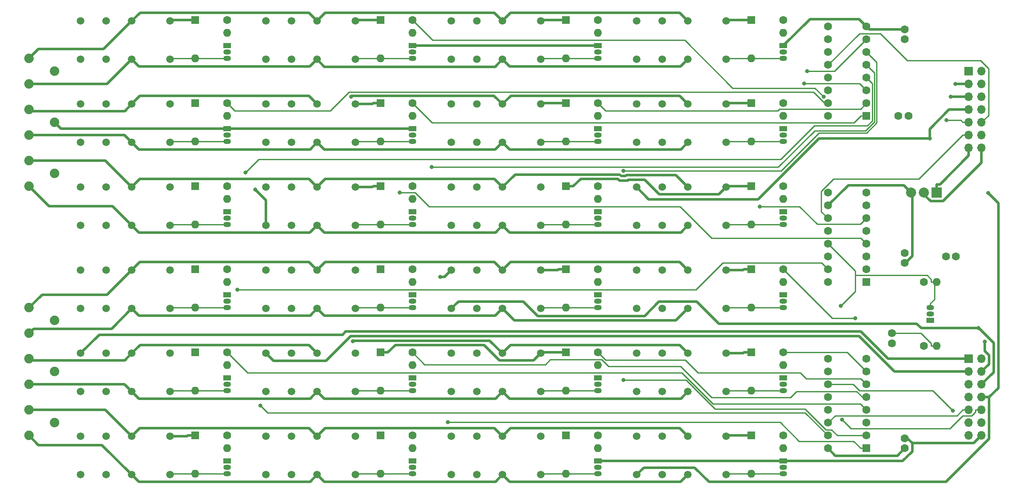
<source format=gbr>
%TF.GenerationSoftware,KiCad,Pcbnew,5.0.2-1.fc29*%
%TF.CreationDate,2018-12-27T16:56:31+02:00*%
%TF.ProjectId,audiorouter-board,61756469-6f72-46f7-9574-65722d626f61,rev?*%
%TF.SameCoordinates,Original*%
%TF.FileFunction,Copper,L1,Top*%
%TF.FilePolarity,Positive*%
%FSLAX46Y46*%
G04 Gerber Fmt 4.6, Leading zero omitted, Abs format (unit mm)*
G04 Created by KiCad (PCBNEW 5.0.2-1.fc29) date N 27 dets  2018 16:56:31 EET*
%MOMM*%
%LPD*%
G01*
G04 APERTURE LIST*
%ADD10C,1.879600*%
%ADD11R,1.700000X1.700000*%
%ADD12O,1.700000X1.700000*%
%ADD13C,1.500000*%
%ADD14O,1.500000X1.050000*%
%ADD15R,1.500000X1.050000*%
%ADD16O,1.600000X1.600000*%
%ADD17C,1.600000*%
%ADD18R,1.600000X1.600000*%
%ADD19R,2.000000X2.000000*%
%ADD20C,2.000000*%
%ADD21C,0.800000*%
%ADD22C,0.500000*%
%ADD23C,0.250000*%
G04 APERTURE END LIST*
D10*
X26670000Y-76200000D03*
X31750000Y-73660000D03*
X26670000Y-71120000D03*
X26670000Y-66040000D03*
X31750000Y-63500000D03*
X26670000Y-60960000D03*
X26670000Y-55880000D03*
X31750000Y-53340000D03*
X26670000Y-50800000D03*
X26670000Y-125730000D03*
X31750000Y-123190000D03*
X26670000Y-120650000D03*
X26670000Y-115570000D03*
X31750000Y-113030000D03*
X26670000Y-110490000D03*
X26670000Y-105410000D03*
X31750000Y-102870000D03*
X26670000Y-100330000D03*
D11*
X213360000Y-110490000D03*
D12*
X215900000Y-110490000D03*
X213360000Y-113030000D03*
X215900000Y-113030000D03*
X213360000Y-115570000D03*
X215900000Y-115570000D03*
X213360000Y-118110000D03*
X215900000Y-118110000D03*
X213360000Y-120650000D03*
X215900000Y-120650000D03*
X213360000Y-123190000D03*
X215900000Y-123190000D03*
X213360000Y-125730000D03*
X215900000Y-125730000D03*
X215900000Y-68580000D03*
X213360000Y-68580000D03*
X215900000Y-66040000D03*
X213360000Y-66040000D03*
X215900000Y-63500000D03*
X213360000Y-63500000D03*
X215900000Y-60960000D03*
X213360000Y-60960000D03*
X215900000Y-58420000D03*
X213360000Y-58420000D03*
X215900000Y-55880000D03*
X213360000Y-55880000D03*
X215900000Y-53340000D03*
D11*
X213360000Y-53340000D03*
D13*
X36900000Y-92880000D03*
X36900000Y-100500000D03*
X41980000Y-92880000D03*
X41980000Y-100500000D03*
X47060000Y-100500000D03*
X47060000Y-92880000D03*
X54680000Y-92880000D03*
X54680000Y-100500000D03*
X73730000Y-92880000D03*
X73730000Y-100500000D03*
X78810000Y-92880000D03*
X78810000Y-100500000D03*
X83890000Y-100500000D03*
X83890000Y-92880000D03*
X91510000Y-92880000D03*
X91510000Y-100500000D03*
X110560000Y-92880000D03*
X110560000Y-100500000D03*
X115640000Y-92880000D03*
X115640000Y-100500000D03*
X120720000Y-100500000D03*
X120720000Y-92880000D03*
X128340000Y-92880000D03*
X128340000Y-100500000D03*
X165170000Y-100500000D03*
X165170000Y-92880000D03*
X157550000Y-92880000D03*
X157550000Y-100500000D03*
X152470000Y-100500000D03*
X152470000Y-92880000D03*
X147390000Y-100500000D03*
X147390000Y-92880000D03*
X54680000Y-117010000D03*
X54680000Y-109390000D03*
X47060000Y-109390000D03*
X47060000Y-117010000D03*
X41980000Y-117010000D03*
X41980000Y-109390000D03*
X36900000Y-117010000D03*
X36900000Y-109390000D03*
X91510000Y-117010000D03*
X91510000Y-109390000D03*
X83890000Y-109390000D03*
X83890000Y-117010000D03*
X78810000Y-117010000D03*
X78810000Y-109390000D03*
X73730000Y-117010000D03*
X73730000Y-109390000D03*
X110560000Y-109390000D03*
X110560000Y-117010000D03*
X115640000Y-109390000D03*
X115640000Y-117010000D03*
X120720000Y-117010000D03*
X120720000Y-109390000D03*
X128340000Y-109390000D03*
X128340000Y-117010000D03*
X165170000Y-117010000D03*
X165170000Y-109390000D03*
X157550000Y-109390000D03*
X157550000Y-117010000D03*
X152470000Y-117010000D03*
X152470000Y-109390000D03*
X147390000Y-117010000D03*
X147390000Y-109390000D03*
X36900000Y-125900000D03*
X36900000Y-133520000D03*
X41980000Y-125900000D03*
X41980000Y-133520000D03*
X47060000Y-133520000D03*
X47060000Y-125900000D03*
X54680000Y-125900000D03*
X54680000Y-133520000D03*
X91510000Y-133520000D03*
X91510000Y-125900000D03*
X83890000Y-125900000D03*
X83890000Y-133520000D03*
X78810000Y-133520000D03*
X78810000Y-125900000D03*
X73730000Y-133520000D03*
X73730000Y-125900000D03*
X128340000Y-133520000D03*
X128340000Y-125900000D03*
X120720000Y-125900000D03*
X120720000Y-133520000D03*
X115640000Y-133520000D03*
X115640000Y-125900000D03*
X110560000Y-133520000D03*
X110560000Y-125900000D03*
X147390000Y-125900000D03*
X147390000Y-133520000D03*
X152470000Y-125900000D03*
X152470000Y-133520000D03*
X157550000Y-133520000D03*
X157550000Y-125900000D03*
X165170000Y-125900000D03*
X165170000Y-133520000D03*
X36900000Y-43350000D03*
X36900000Y-50970000D03*
X41980000Y-43350000D03*
X41980000Y-50970000D03*
X47060000Y-50970000D03*
X47060000Y-43350000D03*
X54680000Y-43350000D03*
X54680000Y-50970000D03*
X91510000Y-50970000D03*
X91510000Y-43350000D03*
X83890000Y-43350000D03*
X83890000Y-50970000D03*
X78810000Y-50970000D03*
X78810000Y-43350000D03*
X73730000Y-50970000D03*
X73730000Y-43350000D03*
X128340000Y-50970000D03*
X128340000Y-43350000D03*
X120720000Y-43350000D03*
X120720000Y-50970000D03*
X115640000Y-50970000D03*
X115640000Y-43350000D03*
X110560000Y-50970000D03*
X110560000Y-43350000D03*
X147390000Y-43350000D03*
X147390000Y-50970000D03*
X152470000Y-43350000D03*
X152470000Y-50970000D03*
X157550000Y-50970000D03*
X157550000Y-43350000D03*
X165170000Y-43350000D03*
X165170000Y-50970000D03*
X54680000Y-67480000D03*
X54680000Y-59860000D03*
X47060000Y-59860000D03*
X47060000Y-67480000D03*
X41980000Y-67480000D03*
X41980000Y-59860000D03*
X36900000Y-67480000D03*
X36900000Y-59860000D03*
X73730000Y-59860000D03*
X73730000Y-67480000D03*
X78810000Y-59860000D03*
X78810000Y-67480000D03*
X83890000Y-67480000D03*
X83890000Y-59860000D03*
X91510000Y-59860000D03*
X91510000Y-67480000D03*
X128340000Y-67480000D03*
X128340000Y-59860000D03*
X120720000Y-59860000D03*
X120720000Y-67480000D03*
X115640000Y-67480000D03*
X115640000Y-59860000D03*
X110560000Y-67480000D03*
X110560000Y-59860000D03*
X147390000Y-59860000D03*
X147390000Y-67480000D03*
X152470000Y-59860000D03*
X152470000Y-67480000D03*
X157550000Y-67480000D03*
X157550000Y-59860000D03*
X165170000Y-59860000D03*
X165170000Y-67480000D03*
X54680000Y-83990000D03*
X54680000Y-76370000D03*
X47060000Y-76370000D03*
X47060000Y-83990000D03*
X41980000Y-83990000D03*
X41980000Y-76370000D03*
X36900000Y-83990000D03*
X36900000Y-76370000D03*
X91510000Y-83990000D03*
X91510000Y-76370000D03*
X83890000Y-76370000D03*
X83890000Y-83990000D03*
X78810000Y-83990000D03*
X78810000Y-76370000D03*
X73730000Y-83990000D03*
X73730000Y-76370000D03*
X110560000Y-76370000D03*
X110560000Y-83990000D03*
X115640000Y-76370000D03*
X115640000Y-83990000D03*
X120720000Y-83990000D03*
X120720000Y-76370000D03*
X128340000Y-76370000D03*
X128340000Y-83990000D03*
X147390000Y-76370000D03*
X147390000Y-83990000D03*
X152470000Y-76370000D03*
X152470000Y-83990000D03*
X157550000Y-83990000D03*
X157550000Y-76370000D03*
X165170000Y-76370000D03*
X165170000Y-83990000D03*
D14*
X66040000Y-99060000D03*
X66040000Y-100330000D03*
D15*
X66040000Y-97790000D03*
D14*
X102870000Y-99060000D03*
X102870000Y-100330000D03*
D15*
X102870000Y-97790000D03*
X139700000Y-97790000D03*
D14*
X139700000Y-100330000D03*
X139700000Y-99060000D03*
D15*
X176530000Y-97790000D03*
D14*
X176530000Y-100330000D03*
X176530000Y-99060000D03*
X66040000Y-115570000D03*
X66040000Y-116840000D03*
D15*
X66040000Y-114300000D03*
X102870000Y-114300000D03*
D14*
X102870000Y-116840000D03*
X102870000Y-115570000D03*
X139700000Y-115570000D03*
X139700000Y-116840000D03*
D15*
X139700000Y-114300000D03*
X176530000Y-114300000D03*
D14*
X176530000Y-116840000D03*
X176530000Y-115570000D03*
D15*
X66040000Y-130810000D03*
D14*
X66040000Y-133350000D03*
X66040000Y-132080000D03*
D15*
X102870000Y-130810000D03*
D14*
X102870000Y-133350000D03*
X102870000Y-132080000D03*
D15*
X139700000Y-130810000D03*
D14*
X139700000Y-133350000D03*
X139700000Y-132080000D03*
X176530000Y-132080000D03*
X176530000Y-133350000D03*
D15*
X176530000Y-130810000D03*
D14*
X66040000Y-49530000D03*
X66040000Y-50800000D03*
D15*
X66040000Y-48260000D03*
X102870000Y-48260000D03*
D14*
X102870000Y-50800000D03*
X102870000Y-49530000D03*
X139700000Y-49530000D03*
X139700000Y-50800000D03*
D15*
X139700000Y-48260000D03*
D14*
X176530000Y-49530000D03*
X176530000Y-50800000D03*
D15*
X176530000Y-48260000D03*
X66040000Y-64770000D03*
D14*
X66040000Y-67310000D03*
X66040000Y-66040000D03*
D15*
X102870000Y-64770000D03*
D14*
X102870000Y-67310000D03*
X102870000Y-66040000D03*
D15*
X139700000Y-64770000D03*
D14*
X139700000Y-67310000D03*
X139700000Y-66040000D03*
X176530000Y-66040000D03*
X176530000Y-67310000D03*
D15*
X176530000Y-64770000D03*
D14*
X66040000Y-82550000D03*
X66040000Y-83820000D03*
D15*
X66040000Y-81280000D03*
D14*
X102870000Y-82550000D03*
X102870000Y-83820000D03*
D15*
X102870000Y-81280000D03*
X139700000Y-81280000D03*
D14*
X139700000Y-83820000D03*
X139700000Y-82550000D03*
X176530000Y-82550000D03*
X176530000Y-83820000D03*
D15*
X176530000Y-81280000D03*
D16*
X66040000Y-95250000D03*
D17*
X66040000Y-92710000D03*
X102870000Y-92710000D03*
D16*
X102870000Y-95250000D03*
D17*
X139700000Y-92710000D03*
D16*
X139700000Y-95250000D03*
D17*
X176530000Y-92710000D03*
D16*
X176530000Y-95250000D03*
X66040000Y-111760000D03*
D17*
X66040000Y-109220000D03*
D16*
X102870000Y-111760000D03*
D17*
X102870000Y-109220000D03*
X139700000Y-109220000D03*
D16*
X139700000Y-111760000D03*
X176530000Y-111760000D03*
D17*
X176530000Y-109220000D03*
D16*
X66040000Y-128270000D03*
D17*
X66040000Y-125730000D03*
D16*
X102870000Y-128270000D03*
D17*
X102870000Y-125730000D03*
D16*
X139700000Y-128270000D03*
D17*
X139700000Y-125730000D03*
D16*
X176530000Y-128270000D03*
D17*
X176530000Y-125730000D03*
D16*
X66040000Y-45720000D03*
D17*
X66040000Y-43180000D03*
X102870000Y-43180000D03*
D16*
X102870000Y-45720000D03*
X139700000Y-45720000D03*
D17*
X139700000Y-43180000D03*
D16*
X176530000Y-45720000D03*
D17*
X176530000Y-43180000D03*
D16*
X66040000Y-62230000D03*
D17*
X66040000Y-59690000D03*
X102870000Y-59690000D03*
D16*
X102870000Y-62230000D03*
D17*
X139700000Y-59690000D03*
D16*
X139700000Y-62230000D03*
D17*
X176530000Y-59690000D03*
D16*
X176530000Y-62230000D03*
D17*
X66040000Y-76200000D03*
D16*
X66040000Y-78740000D03*
D17*
X102870000Y-76200000D03*
D16*
X102870000Y-78740000D03*
D17*
X139700000Y-76200000D03*
D16*
X139700000Y-78740000D03*
D17*
X176530000Y-76200000D03*
D16*
X176530000Y-78740000D03*
D18*
X193040000Y-128270000D03*
D17*
X193040000Y-125730000D03*
X193040000Y-123190000D03*
X193040000Y-120650000D03*
X193040000Y-118110000D03*
X193040000Y-115570000D03*
X193040000Y-113030000D03*
X185420000Y-113030000D03*
X185420000Y-115570000D03*
X185420000Y-118110000D03*
X185420000Y-120650000D03*
X185420000Y-123190000D03*
X185420000Y-125730000D03*
X185420000Y-128270000D03*
X193040000Y-110490000D03*
X185420000Y-110490000D03*
X185420000Y-77470000D03*
X193040000Y-77470000D03*
X185420000Y-95250000D03*
X185420000Y-92710000D03*
X185420000Y-90170000D03*
X185420000Y-87630000D03*
X185420000Y-85090000D03*
X185420000Y-82550000D03*
X185420000Y-80010000D03*
X193040000Y-80010000D03*
X193040000Y-82550000D03*
X193040000Y-85090000D03*
X193040000Y-87630000D03*
X193040000Y-90170000D03*
X193040000Y-92710000D03*
D18*
X193040000Y-95250000D03*
X193040000Y-62230000D03*
D17*
X193040000Y-59690000D03*
X193040000Y-57150000D03*
X193040000Y-54610000D03*
X193040000Y-52070000D03*
X193040000Y-49530000D03*
X193040000Y-46990000D03*
X185420000Y-46990000D03*
X185420000Y-49530000D03*
X185420000Y-52070000D03*
X185420000Y-54610000D03*
X185420000Y-57150000D03*
X185420000Y-59690000D03*
X185420000Y-62230000D03*
X193040000Y-44450000D03*
X185420000Y-44450000D03*
X198120000Y-105410000D03*
X198120000Y-107410000D03*
X208820000Y-90170000D03*
X210820000Y-90170000D03*
X199390000Y-62230000D03*
X201390000Y-62230000D03*
X200660000Y-126270000D03*
X200660000Y-128270000D03*
X200660000Y-91440000D03*
X200660000Y-89440000D03*
X200660000Y-44990000D03*
X200660000Y-46990000D03*
D14*
X205740000Y-101600000D03*
X205740000Y-100330000D03*
D15*
X205740000Y-102870000D03*
D16*
X207010000Y-107950000D03*
D17*
X204470000Y-107950000D03*
X204470000Y-95250000D03*
D16*
X207010000Y-95250000D03*
D19*
X207010000Y-77470000D03*
D20*
X204470000Y-77470000D03*
X201930000Y-77470000D03*
D18*
X59690000Y-92710000D03*
D16*
X59690000Y-100330000D03*
D18*
X96520000Y-92710000D03*
D16*
X96520000Y-100330000D03*
X133350000Y-100330000D03*
D18*
X133350000Y-92710000D03*
X170180000Y-92710000D03*
D16*
X170180000Y-100330000D03*
X59690000Y-116840000D03*
D18*
X59690000Y-109220000D03*
X96520000Y-109220000D03*
D16*
X96520000Y-116840000D03*
X133350000Y-116840000D03*
D18*
X133350000Y-109220000D03*
X170180000Y-109220000D03*
D16*
X170180000Y-116840000D03*
D18*
X59690000Y-125730000D03*
D16*
X59690000Y-133350000D03*
X96520000Y-133350000D03*
D18*
X96520000Y-125730000D03*
X133350000Y-125730000D03*
D16*
X133350000Y-133350000D03*
X170180000Y-133350000D03*
D18*
X170180000Y-125730000D03*
D16*
X59690000Y-50800000D03*
D18*
X59690000Y-43180000D03*
D16*
X96520000Y-50800000D03*
D18*
X96520000Y-43180000D03*
X133350000Y-43180000D03*
D16*
X133350000Y-50800000D03*
X170180000Y-50800000D03*
D18*
X170180000Y-43180000D03*
X59690000Y-59690000D03*
D16*
X59690000Y-67310000D03*
X96520000Y-67310000D03*
D18*
X96520000Y-59690000D03*
X133350000Y-59690000D03*
D16*
X133350000Y-67310000D03*
X170180000Y-67310000D03*
D18*
X170180000Y-59690000D03*
X59690000Y-76200000D03*
D16*
X59690000Y-83820000D03*
X96520000Y-83820000D03*
D18*
X96520000Y-76200000D03*
X133350000Y-76200000D03*
D16*
X133350000Y-83820000D03*
X170180000Y-83820000D03*
D18*
X170180000Y-76200000D03*
D21*
X91009500Y-107020100D03*
X90634700Y-58352600D03*
X210695800Y-55880000D03*
X216521500Y-107056300D03*
X71607700Y-76873100D03*
X108383700Y-94210500D03*
X209803500Y-58420000D03*
X215297900Y-104350000D03*
X205627900Y-66664800D03*
X217216900Y-77532800D03*
X188178400Y-122534600D03*
X210176900Y-120795600D03*
X208931600Y-63083400D03*
X72602200Y-119738000D03*
X109875500Y-123091400D03*
X144759400Y-114683000D03*
X190807500Y-102430300D03*
X68045900Y-96707700D03*
X100324200Y-77410700D03*
X184506000Y-58420000D03*
X171831600Y-80206800D03*
X180636800Y-55767300D03*
X69648800Y-73432600D03*
X106691600Y-72378400D03*
X144761800Y-73103700D03*
X181286100Y-53340000D03*
X187903200Y-99966000D03*
D22*
X157550000Y-133520000D02*
X156126300Y-134943700D01*
X156126300Y-134943700D02*
X122143700Y-134943700D01*
X122143700Y-134943700D02*
X120720000Y-133520000D01*
X120720000Y-133520000D02*
X119315400Y-134924600D01*
X119315400Y-134924600D02*
X85294600Y-134924600D01*
X85294600Y-134924600D02*
X83890000Y-133520000D01*
X47060000Y-133520000D02*
X41146000Y-127606000D01*
X41146000Y-127606000D02*
X28546000Y-127606000D01*
X28546000Y-127606000D02*
X26670000Y-125730000D01*
X83890000Y-133520000D02*
X82485400Y-134924600D01*
X82485400Y-134924600D02*
X48464600Y-134924600D01*
X48464600Y-134924600D02*
X47060000Y-133520000D01*
X102870000Y-64770000D02*
X66040000Y-64770000D01*
X193040000Y-44450000D02*
X191584800Y-42994800D01*
X191584800Y-42994800D02*
X181795200Y-42994800D01*
X181795200Y-42994800D02*
X176530000Y-48260000D01*
X200660000Y-44990000D02*
X193580000Y-44990000D01*
X193580000Y-44990000D02*
X193040000Y-44450000D01*
X202122900Y-127251100D02*
X202122900Y-128931000D01*
X202122900Y-128931000D02*
X200243900Y-130810000D01*
X200243900Y-130810000D02*
X176530000Y-130810000D01*
X200660000Y-126270000D02*
X201141800Y-126270000D01*
X201141800Y-126270000D02*
X202122900Y-127251100D01*
X202122900Y-127251100D02*
X214378900Y-127251100D01*
X214378900Y-127251100D02*
X215900000Y-125730000D01*
X204470000Y-77470000D02*
X204470000Y-77882600D01*
X204470000Y-77882600D02*
X205758800Y-79171400D01*
X205758800Y-79171400D02*
X208256900Y-79171400D01*
X208256900Y-79171400D02*
X215900000Y-71528300D01*
X215900000Y-71528300D02*
X215900000Y-68580000D01*
X176530000Y-130810000D02*
X139700000Y-130810000D01*
X66040000Y-64770000D02*
X33020000Y-64770000D01*
X33020000Y-64770000D02*
X31750000Y-63500000D01*
X102870000Y-48260000D02*
X139700000Y-48260000D01*
X83890000Y-125900000D02*
X82259700Y-124269700D01*
X82259700Y-124269700D02*
X48690300Y-124269700D01*
X48690300Y-124269700D02*
X47060000Y-125900000D01*
X120720000Y-125900000D02*
X119099600Y-124279600D01*
X119099600Y-124279600D02*
X85510400Y-124279600D01*
X85510400Y-124279600D02*
X83890000Y-125900000D01*
X157550000Y-125900000D02*
X155929600Y-124279600D01*
X155929600Y-124279600D02*
X122340400Y-124279600D01*
X122340400Y-124279600D02*
X120720000Y-125900000D01*
X47060000Y-125900000D02*
X41810000Y-120650000D01*
X41810000Y-120650000D02*
X26670000Y-120650000D01*
X120720000Y-117010000D02*
X119319600Y-118410400D01*
X119319600Y-118410400D02*
X85290400Y-118410400D01*
X85290400Y-118410400D02*
X83890000Y-117010000D01*
X83890000Y-117010000D02*
X82489600Y-118410400D01*
X82489600Y-118410400D02*
X48460400Y-118410400D01*
X48460400Y-118410400D02*
X47060000Y-117010000D01*
X157550000Y-117010000D02*
X156149600Y-118410400D01*
X156149600Y-118410400D02*
X122120400Y-118410400D01*
X122120400Y-118410400D02*
X120720000Y-117010000D01*
X47060000Y-117010000D02*
X45620000Y-115570000D01*
X45620000Y-115570000D02*
X26670000Y-115570000D01*
X91009500Y-107020100D02*
X91160300Y-106869300D01*
X91160300Y-106869300D02*
X118199300Y-106869300D01*
X118199300Y-106869300D02*
X120720000Y-109390000D01*
X47060000Y-109390000D02*
X48701900Y-107748100D01*
X48701900Y-107748100D02*
X82248100Y-107748100D01*
X82248100Y-107748100D02*
X83890000Y-109390000D01*
X47060000Y-109390000D02*
X45650800Y-110799200D01*
X45650800Y-110799200D02*
X26979200Y-110799200D01*
X26979200Y-110799200D02*
X26670000Y-110490000D01*
X157550000Y-109390000D02*
X155929600Y-107769600D01*
X155929600Y-107769600D02*
X122340400Y-107769600D01*
X122340400Y-107769600D02*
X120720000Y-109390000D01*
X120720000Y-100500000D02*
X123076000Y-102856000D01*
X123076000Y-102856000D02*
X155194000Y-102856000D01*
X155194000Y-102856000D02*
X157550000Y-100500000D01*
X47060000Y-100500000D02*
X43050300Y-104509700D01*
X43050300Y-104509700D02*
X27570300Y-104509700D01*
X27570300Y-104509700D02*
X26670000Y-105410000D01*
X83890000Y-100500000D02*
X82481700Y-101908300D01*
X82481700Y-101908300D02*
X48468300Y-101908300D01*
X48468300Y-101908300D02*
X47060000Y-100500000D01*
X120720000Y-100500000D02*
X119306100Y-101913900D01*
X119306100Y-101913900D02*
X85303900Y-101913900D01*
X85303900Y-101913900D02*
X83890000Y-100500000D01*
X83890000Y-92880000D02*
X82252200Y-91242200D01*
X82252200Y-91242200D02*
X48697800Y-91242200D01*
X48697800Y-91242200D02*
X47060000Y-92880000D01*
X120720000Y-92880000D02*
X119085400Y-91245400D01*
X119085400Y-91245400D02*
X85524600Y-91245400D01*
X85524600Y-91245400D02*
X83890000Y-92880000D01*
X47060000Y-92880000D02*
X42165800Y-97774200D01*
X42165800Y-97774200D02*
X29225800Y-97774200D01*
X29225800Y-97774200D02*
X26670000Y-100330000D01*
X157550000Y-92880000D02*
X155927100Y-91257100D01*
X155927100Y-91257100D02*
X122342900Y-91257100D01*
X122342900Y-91257100D02*
X120720000Y-92880000D01*
X47060000Y-43350000D02*
X41486000Y-48924000D01*
X41486000Y-48924000D02*
X28546000Y-48924000D01*
X28546000Y-48924000D02*
X26670000Y-50800000D01*
X83890000Y-43350000D02*
X82248800Y-41708800D01*
X82248800Y-41708800D02*
X48701200Y-41708800D01*
X48701200Y-41708800D02*
X47060000Y-43350000D01*
X157550000Y-43350000D02*
X155926500Y-41726500D01*
X155926500Y-41726500D02*
X122343500Y-41726500D01*
X122343500Y-41726500D02*
X120720000Y-43350000D01*
X120720000Y-43350000D02*
X119096500Y-41726500D01*
X119096500Y-41726500D02*
X85513500Y-41726500D01*
X85513500Y-41726500D02*
X83890000Y-43350000D01*
X83890000Y-50970000D02*
X82465200Y-52394800D01*
X82465200Y-52394800D02*
X48484800Y-52394800D01*
X48484800Y-52394800D02*
X47060000Y-50970000D01*
X120720000Y-50970000D02*
X119267500Y-52422500D01*
X119267500Y-52422500D02*
X85342500Y-52422500D01*
X85342500Y-52422500D02*
X83890000Y-50970000D01*
X120720000Y-50970000D02*
X122159400Y-52409400D01*
X122159400Y-52409400D02*
X156110600Y-52409400D01*
X156110600Y-52409400D02*
X157550000Y-50970000D01*
X47060000Y-50970000D02*
X42150000Y-55880000D01*
X42150000Y-55880000D02*
X26670000Y-55880000D01*
X83890000Y-59860000D02*
X82269700Y-58239700D01*
X82269700Y-58239700D02*
X48680300Y-58239700D01*
X48680300Y-58239700D02*
X47060000Y-59860000D01*
X90634700Y-58352600D02*
X90796700Y-58190600D01*
X90796700Y-58190600D02*
X119050600Y-58190600D01*
X119050600Y-58190600D02*
X120720000Y-59860000D01*
X120720000Y-59860000D02*
X122373000Y-58207000D01*
X122373000Y-58207000D02*
X155897000Y-58207000D01*
X155897000Y-58207000D02*
X157550000Y-59860000D01*
X47060000Y-59860000D02*
X45658800Y-61261200D01*
X45658800Y-61261200D02*
X26971200Y-61261200D01*
X26971200Y-61261200D02*
X26670000Y-60960000D01*
X83890000Y-67480000D02*
X82489600Y-68880400D01*
X82489600Y-68880400D02*
X48460400Y-68880400D01*
X48460400Y-68880400D02*
X47060000Y-67480000D01*
X120720000Y-67480000D02*
X119309700Y-68890300D01*
X119309700Y-68890300D02*
X85300300Y-68890300D01*
X85300300Y-68890300D02*
X83890000Y-67480000D01*
X120720000Y-67480000D02*
X122123900Y-68883900D01*
X122123900Y-68883900D02*
X156146100Y-68883900D01*
X156146100Y-68883900D02*
X157550000Y-67480000D01*
X47060000Y-67480000D02*
X45620000Y-66040000D01*
X45620000Y-66040000D02*
X26670000Y-66040000D01*
X83890000Y-76370000D02*
X82269600Y-74749600D01*
X82269600Y-74749600D02*
X48680400Y-74749600D01*
X48680400Y-74749600D02*
X47060000Y-76370000D01*
X120720000Y-76370000D02*
X119091800Y-74741800D01*
X119091800Y-74741800D02*
X85518200Y-74741800D01*
X85518200Y-74741800D02*
X83890000Y-76370000D01*
X47060000Y-76370000D02*
X41810000Y-71120000D01*
X41810000Y-71120000D02*
X26670000Y-71120000D01*
X120720000Y-76370000D02*
X123240700Y-73849300D01*
X123240700Y-73849300D02*
X144022100Y-73849300D01*
X144022100Y-73849300D02*
X144326800Y-74154000D01*
X144326800Y-74154000D02*
X145196900Y-74154000D01*
X145196900Y-74154000D02*
X145349300Y-74001600D01*
X145349300Y-74001600D02*
X155181600Y-74001600D01*
X155181600Y-74001600D02*
X157550000Y-76370000D01*
X83890000Y-83990000D02*
X85290400Y-85390400D01*
X85290400Y-85390400D02*
X119319600Y-85390400D01*
X119319600Y-85390400D02*
X120720000Y-83990000D01*
X83890000Y-83990000D02*
X82473000Y-85407000D01*
X82473000Y-85407000D02*
X48477000Y-85407000D01*
X48477000Y-85407000D02*
X47060000Y-83990000D01*
X26670000Y-76200000D02*
X30650000Y-80180000D01*
X30650000Y-80180000D02*
X43250000Y-80180000D01*
X43250000Y-80180000D02*
X47060000Y-83990000D01*
X157550000Y-83990000D02*
X156149600Y-85390400D01*
X156149600Y-85390400D02*
X122120400Y-85390400D01*
X122120400Y-85390400D02*
X120720000Y-83990000D01*
D23*
X66040000Y-100330000D02*
X59690000Y-100330000D01*
X59690000Y-100330000D02*
X54850000Y-100330000D01*
X54850000Y-100330000D02*
X54680000Y-100500000D01*
D22*
X96520000Y-43180000D02*
X91680000Y-43180000D01*
X91680000Y-43180000D02*
X91510000Y-43350000D01*
X170180000Y-109220000D02*
X168729700Y-109220000D01*
X165170000Y-109390000D02*
X168559700Y-109390000D01*
X168559700Y-109390000D02*
X168729700Y-109220000D01*
X134800300Y-76200000D02*
X136250600Y-74749700D01*
X136250600Y-74749700D02*
X143649200Y-74749700D01*
X143649200Y-74749700D02*
X143953800Y-75054300D01*
X143953800Y-75054300D02*
X145569900Y-75054300D01*
X145569900Y-75054300D02*
X145722200Y-74902000D01*
X145722200Y-74902000D02*
X148995700Y-74902000D01*
X148995700Y-74902000D02*
X151880200Y-77786500D01*
X151880200Y-77786500D02*
X163753500Y-77786500D01*
X163753500Y-77786500D02*
X165170000Y-76370000D01*
X96520000Y-109220000D02*
X97970300Y-109220000D01*
X128340000Y-109390000D02*
X126920800Y-110809200D01*
X126920800Y-110809200D02*
X120074600Y-110809200D01*
X120074600Y-110809200D02*
X117035100Y-107769700D01*
X117035100Y-107769700D02*
X99420600Y-107769700D01*
X99420600Y-107769700D02*
X97970300Y-109220000D01*
X133350000Y-109220000D02*
X128510000Y-109220000D01*
X128510000Y-109220000D02*
X128340000Y-109390000D01*
X185420000Y-128270000D02*
X186870400Y-129720400D01*
X186870400Y-129720400D02*
X199209600Y-129720400D01*
X199209600Y-129720400D02*
X200660000Y-128270000D01*
X201930000Y-77470000D02*
X202120200Y-77660200D01*
X202120200Y-77660200D02*
X202120200Y-90093700D01*
X202120200Y-90093700D02*
X200773900Y-91440000D01*
X200773900Y-91440000D02*
X200660000Y-91440000D01*
X185420000Y-80010000D02*
X189437200Y-75992800D01*
X189437200Y-75992800D02*
X200452800Y-75992800D01*
X200452800Y-75992800D02*
X201930000Y-77470000D01*
X170180000Y-92710000D02*
X168729700Y-92710000D01*
X165170000Y-92880000D02*
X168559700Y-92880000D01*
X168559700Y-92880000D02*
X168729700Y-92710000D01*
X133350000Y-92710000D02*
X131899700Y-92710000D01*
X128340000Y-92880000D02*
X131729700Y-92880000D01*
X131729700Y-92880000D02*
X131899700Y-92710000D01*
X96520000Y-59690000D02*
X95069700Y-59690000D01*
X91510000Y-59860000D02*
X94899700Y-59860000D01*
X94899700Y-59860000D02*
X95069700Y-59690000D01*
X96520000Y-76200000D02*
X95069700Y-76200000D01*
X91510000Y-76370000D02*
X94899700Y-76370000D01*
X94899700Y-76370000D02*
X95069700Y-76200000D01*
X59690000Y-125730000D02*
X58239700Y-125730000D01*
X54680000Y-125900000D02*
X58069700Y-125900000D01*
X58069700Y-125900000D02*
X58239700Y-125730000D01*
X170180000Y-76200000D02*
X165340000Y-76200000D01*
X165340000Y-76200000D02*
X165170000Y-76370000D01*
X133350000Y-76200000D02*
X134800300Y-76200000D01*
X133350000Y-43180000D02*
X128510000Y-43180000D01*
X128510000Y-43180000D02*
X128340000Y-43350000D01*
X133350000Y-59690000D02*
X128510000Y-59690000D01*
X128510000Y-59690000D02*
X128340000Y-59860000D01*
X170180000Y-125730000D02*
X165340000Y-125730000D01*
X165340000Y-125730000D02*
X165170000Y-125900000D01*
X59690000Y-43180000D02*
X54850000Y-43180000D01*
X54850000Y-43180000D02*
X54680000Y-43350000D01*
X170180000Y-43180000D02*
X165340000Y-43180000D01*
X165340000Y-43180000D02*
X165170000Y-43350000D01*
X170180000Y-59690000D02*
X165340000Y-59690000D01*
X165340000Y-59690000D02*
X165170000Y-59860000D01*
D23*
X96520000Y-100330000D02*
X91680000Y-100330000D01*
X91680000Y-100330000D02*
X91510000Y-100500000D01*
X102870000Y-100330000D02*
X96520000Y-100330000D01*
X139700000Y-100330000D02*
X133350000Y-100330000D01*
X133350000Y-100330000D02*
X128510000Y-100330000D01*
X128510000Y-100330000D02*
X128340000Y-100500000D01*
X176530000Y-100330000D02*
X170180000Y-100330000D01*
X170180000Y-100330000D02*
X165340000Y-100330000D01*
X165340000Y-100330000D02*
X165170000Y-100500000D01*
X66040000Y-116840000D02*
X59690000Y-116840000D01*
X59690000Y-116840000D02*
X54850000Y-116840000D01*
X54850000Y-116840000D02*
X54680000Y-117010000D01*
X96520000Y-116840000D02*
X91680000Y-116840000D01*
X91680000Y-116840000D02*
X91510000Y-117010000D01*
X102870000Y-116840000D02*
X96520000Y-116840000D01*
X133350000Y-116840000D02*
X128510000Y-116840000D01*
X128510000Y-116840000D02*
X128340000Y-117010000D01*
X139700000Y-116840000D02*
X133350000Y-116840000D01*
X176530000Y-116840000D02*
X170180000Y-116840000D01*
X170180000Y-116840000D02*
X165340000Y-116840000D01*
X165340000Y-116840000D02*
X165170000Y-117010000D01*
X59690000Y-133350000D02*
X54850000Y-133350000D01*
X54850000Y-133350000D02*
X54680000Y-133520000D01*
X66040000Y-133350000D02*
X59690000Y-133350000D01*
X96520000Y-133350000D02*
X91680000Y-133350000D01*
X91680000Y-133350000D02*
X91510000Y-133520000D01*
X102870000Y-133350000D02*
X96520000Y-133350000D01*
X139700000Y-133350000D02*
X133350000Y-133350000D01*
X133350000Y-133350000D02*
X128510000Y-133350000D01*
X128510000Y-133350000D02*
X128340000Y-133520000D01*
X170180000Y-133350000D02*
X165340000Y-133350000D01*
X165340000Y-133350000D02*
X165170000Y-133520000D01*
X176530000Y-133350000D02*
X170180000Y-133350000D01*
X66040000Y-50800000D02*
X59690000Y-50800000D01*
X59690000Y-50800000D02*
X54850000Y-50800000D01*
X54850000Y-50800000D02*
X54680000Y-50970000D01*
X96520000Y-50800000D02*
X91680000Y-50800000D01*
X91680000Y-50800000D02*
X91510000Y-50970000D01*
X102870000Y-50800000D02*
X96520000Y-50800000D01*
X133350000Y-50800000D02*
X128510000Y-50800000D01*
X128510000Y-50800000D02*
X128340000Y-50970000D01*
X139700000Y-50800000D02*
X133350000Y-50800000D01*
X170180000Y-50800000D02*
X165340000Y-50800000D01*
X165340000Y-50800000D02*
X165170000Y-50970000D01*
X176530000Y-50800000D02*
X170180000Y-50800000D01*
X66040000Y-67310000D02*
X59690000Y-67310000D01*
X59690000Y-67310000D02*
X54850000Y-67310000D01*
X54850000Y-67310000D02*
X54680000Y-67480000D01*
X102870000Y-67310000D02*
X96520000Y-67310000D01*
X96520000Y-67310000D02*
X91680000Y-67310000D01*
X91680000Y-67310000D02*
X91510000Y-67480000D01*
X139700000Y-67310000D02*
X133350000Y-67310000D01*
X133350000Y-67310000D02*
X128510000Y-67310000D01*
X128510000Y-67310000D02*
X128340000Y-67480000D01*
X170180000Y-67310000D02*
X176530000Y-67310000D01*
X165170000Y-67480000D02*
X165340000Y-67310000D01*
X165340000Y-67310000D02*
X170180000Y-67310000D01*
X66040000Y-83820000D02*
X59690000Y-83820000D01*
X59690000Y-83820000D02*
X54850000Y-83820000D01*
X54850000Y-83820000D02*
X54680000Y-83990000D01*
X102870000Y-83820000D02*
X96520000Y-83820000D01*
X96520000Y-83820000D02*
X91680000Y-83820000D01*
X91680000Y-83820000D02*
X91510000Y-83990000D01*
X133350000Y-83820000D02*
X128510000Y-83820000D01*
X128510000Y-83820000D02*
X128340000Y-83990000D01*
X139700000Y-83820000D02*
X133350000Y-83820000D01*
X176530000Y-83820000D02*
X170180000Y-83820000D01*
X170180000Y-83820000D02*
X165340000Y-83820000D01*
X165340000Y-83820000D02*
X165170000Y-83990000D01*
D22*
X36900000Y-109390000D02*
X40598400Y-105691600D01*
X40598400Y-105691600D02*
X88942700Y-105691600D01*
X88942700Y-105691600D02*
X89579200Y-105055100D01*
X89579200Y-105055100D02*
X191908000Y-105055100D01*
X191908000Y-105055100D02*
X197342900Y-110490000D01*
X197342900Y-110490000D02*
X213360000Y-110490000D01*
X73730000Y-109390000D02*
X75202800Y-110862800D01*
X75202800Y-110862800D02*
X85681200Y-110862800D01*
X85681200Y-110862800D02*
X90588500Y-105955500D01*
X90588500Y-105955500D02*
X191535100Y-105955500D01*
X191535100Y-105955500D02*
X198609600Y-113030000D01*
X198609600Y-113030000D02*
X213360000Y-113030000D01*
X213360000Y-55880000D02*
X210695800Y-55880000D01*
X71607700Y-76873100D02*
X73730000Y-78995400D01*
X73730000Y-78995400D02*
X73730000Y-83990000D01*
X216521500Y-107056300D02*
X216521500Y-108928300D01*
X216521500Y-108928300D02*
X217412600Y-109819400D01*
X217412600Y-109819400D02*
X217412600Y-111517400D01*
X217412600Y-111517400D02*
X215900000Y-113030000D01*
X108383700Y-94210500D02*
X109229500Y-94210500D01*
X109229500Y-94210500D02*
X110560000Y-92880000D01*
X213360000Y-58420000D02*
X209803500Y-58420000D01*
X110560000Y-100500000D02*
X111982500Y-99077500D01*
X111982500Y-99077500D02*
X124849300Y-99077500D01*
X124849300Y-99077500D02*
X127727500Y-101955700D01*
X127727500Y-101955700D02*
X148946100Y-101955700D01*
X148946100Y-101955700D02*
X151806900Y-99094900D01*
X151806900Y-99094900D02*
X159355100Y-99094900D01*
X159355100Y-99094900D02*
X163740800Y-103480600D01*
X163740800Y-103480600D02*
X203023200Y-103480600D01*
X203023200Y-103480600D02*
X203892600Y-104350000D01*
X203892600Y-104350000D02*
X215297900Y-104350000D01*
X215297900Y-104350000D02*
X215325600Y-104350000D01*
X215325600Y-104350000D02*
X218312900Y-107337300D01*
X218312900Y-107337300D02*
X218312900Y-113157100D01*
X218312900Y-113157100D02*
X215900000Y-115570000D01*
X147390000Y-76370000D02*
X149772900Y-78752900D01*
X149772900Y-78752900D02*
X171505400Y-78752900D01*
X171505400Y-78752900D02*
X183593500Y-66664800D01*
X183593500Y-66664800D02*
X205627900Y-66664800D01*
X213360000Y-60960000D02*
X209463300Y-60960000D01*
X209463300Y-60960000D02*
X205627900Y-64795400D01*
X205627900Y-64795400D02*
X205627900Y-66664800D01*
X217216900Y-77532800D02*
X219254000Y-79569900D01*
X219254000Y-79569900D02*
X219254000Y-116256300D01*
X219254000Y-116256300D02*
X217400300Y-118110000D01*
X147390000Y-133520000D02*
X148816200Y-132093800D01*
X148816200Y-132093800D02*
X158924300Y-132093800D01*
X158924300Y-132093800D02*
X161785800Y-134955300D01*
X161785800Y-134955300D02*
X208834500Y-134955300D01*
X208834500Y-134955300D02*
X217400300Y-126389500D01*
X217400300Y-126389500D02*
X217400300Y-118110000D01*
X215900000Y-118110000D02*
X217400300Y-118110000D01*
D23*
X212184700Y-120650000D02*
X211025400Y-121809300D01*
X211025400Y-121809300D02*
X186800700Y-121809300D01*
X186800700Y-121809300D02*
X185420000Y-123190000D01*
X213360000Y-120650000D02*
X212184700Y-120650000D01*
X185420000Y-52070000D02*
X191628600Y-45861400D01*
X191628600Y-45861400D02*
X195817400Y-45861400D01*
X195817400Y-45861400D02*
X201173300Y-51217300D01*
X201173300Y-51217300D02*
X215743700Y-51217300D01*
X215743700Y-51217300D02*
X217286500Y-52760100D01*
X217286500Y-52760100D02*
X217286500Y-62113500D01*
X217286500Y-62113500D02*
X215900000Y-63500000D01*
X215900000Y-120650000D02*
X214724700Y-120650000D01*
X188178400Y-122534600D02*
X189983500Y-124339700D01*
X189983500Y-124339700D02*
X209614600Y-124339700D01*
X209614600Y-124339700D02*
X212129000Y-121825300D01*
X212129000Y-121825300D02*
X213916800Y-121825300D01*
X213916800Y-121825300D02*
X214724700Y-121017400D01*
X214724700Y-121017400D02*
X214724700Y-120650000D01*
X185420000Y-115570000D02*
X190423000Y-115570000D01*
X190423000Y-115570000D02*
X191693000Y-116840000D01*
X191693000Y-116840000D02*
X206221300Y-116840000D01*
X206221300Y-116840000D02*
X210176900Y-120795600D01*
X213360000Y-66040000D02*
X212184700Y-66040000D01*
X185420000Y-82550000D02*
X184079500Y-81209500D01*
X184079500Y-81209500D02*
X184079500Y-77204100D01*
X184079500Y-77204100D02*
X186518700Y-74764900D01*
X186518700Y-74764900D02*
X203459800Y-74764900D01*
X203459800Y-74764900D02*
X212184700Y-66040000D01*
X213360000Y-63500000D02*
X212184700Y-63500000D01*
X208931600Y-63083400D02*
X211768100Y-63083400D01*
X211768100Y-63083400D02*
X212184700Y-63500000D01*
X72602200Y-119738000D02*
X74035000Y-121170800D01*
X74035000Y-121170800D02*
X180860800Y-121170800D01*
X180860800Y-121170800D02*
X185420000Y-125730000D01*
X193040000Y-128270000D02*
X191914700Y-128270000D01*
X191914700Y-128270000D02*
X190503300Y-126858600D01*
X190503300Y-126858600D02*
X179658800Y-126858600D01*
X179658800Y-126858600D02*
X175891600Y-123091400D01*
X175891600Y-123091400D02*
X109875500Y-123091400D01*
X193040000Y-125730000D02*
X187220200Y-125730000D01*
X187220200Y-125730000D02*
X186094800Y-124604600D01*
X186094800Y-124604600D02*
X184931500Y-124604600D01*
X184931500Y-124604600D02*
X180778900Y-120452000D01*
X180778900Y-120452000D02*
X162948800Y-120452000D01*
X162948800Y-120452000D02*
X157179800Y-114683000D01*
X157179800Y-114683000D02*
X144759400Y-114683000D01*
X190807500Y-102430300D02*
X186250300Y-102430300D01*
X186250300Y-102430300D02*
X176530000Y-92710000D01*
X193040000Y-120650000D02*
X191804700Y-119414700D01*
X191804700Y-119414700D02*
X162548400Y-119414700D01*
X162548400Y-119414700D02*
X156360600Y-113226900D01*
X156360600Y-113226900D02*
X70046900Y-113226900D01*
X70046900Y-113226900D02*
X66040000Y-109220000D01*
X102870000Y-109220000D02*
X105253500Y-111603500D01*
X105253500Y-111603500D02*
X129224300Y-111603500D01*
X129224300Y-111603500D02*
X130222500Y-110605300D01*
X130222500Y-110605300D02*
X140448400Y-110605300D01*
X140448400Y-110605300D02*
X141790400Y-111947300D01*
X141790400Y-111947300D02*
X156057300Y-111947300D01*
X156057300Y-111947300D02*
X162243600Y-118133600D01*
X162243600Y-118133600D02*
X177954400Y-118133600D01*
X177954400Y-118133600D02*
X179120200Y-116967800D01*
X179120200Y-116967800D02*
X191106900Y-116967800D01*
X191106900Y-116967800D02*
X192249100Y-118110000D01*
X192249100Y-118110000D02*
X193040000Y-118110000D01*
X193040000Y-115570000D02*
X191911400Y-114441400D01*
X191911400Y-114441400D02*
X181093600Y-114441400D01*
X181093600Y-114441400D02*
X179879000Y-113226800D01*
X179879000Y-113226800D02*
X159583300Y-113226800D01*
X159583300Y-113226800D02*
X157047400Y-110690900D01*
X157047400Y-110690900D02*
X141170900Y-110690900D01*
X141170900Y-110690900D02*
X139700000Y-109220000D01*
X193040000Y-113030000D02*
X189230000Y-109220000D01*
X189230000Y-109220000D02*
X176530000Y-109220000D01*
X185420000Y-92710000D02*
X184094600Y-91384600D01*
X184094600Y-91384600D02*
X164506800Y-91384600D01*
X164506800Y-91384600D02*
X159183700Y-96707700D01*
X159183700Y-96707700D02*
X68045900Y-96707700D01*
X193040000Y-87630000D02*
X191876300Y-86466300D01*
X191876300Y-86466300D02*
X162282700Y-86466300D01*
X162282700Y-86466300D02*
X156046000Y-80229600D01*
X156046000Y-80229600D02*
X106159800Y-80229600D01*
X106159800Y-80229600D02*
X103340900Y-77410700D01*
X103340900Y-77410700D02*
X100324200Y-77410700D01*
X102870000Y-43180000D02*
X106850000Y-47160000D01*
X106850000Y-47160000D02*
X156950800Y-47160000D01*
X156950800Y-47160000D02*
X166458700Y-56667900D01*
X166458700Y-56667900D02*
X182753900Y-56667900D01*
X182753900Y-56667900D02*
X184506000Y-58420000D01*
X193040000Y-82550000D02*
X191849400Y-83740600D01*
X191849400Y-83740600D02*
X183249600Y-83740600D01*
X183249600Y-83740600D02*
X179715800Y-80206800D01*
X179715800Y-80206800D02*
X171831600Y-80206800D01*
X185420000Y-59690000D02*
X184750300Y-59690000D01*
X184750300Y-59690000D02*
X182475500Y-57415200D01*
X182475500Y-57415200D02*
X90263600Y-57415200D01*
X90263600Y-57415200D02*
X86504100Y-61174700D01*
X86504100Y-61174700D02*
X67524700Y-61174700D01*
X67524700Y-61174700D02*
X66040000Y-59690000D01*
X191914700Y-62230000D02*
X190581200Y-63563500D01*
X190581200Y-63563500D02*
X106743500Y-63563500D01*
X106743500Y-63563500D02*
X102870000Y-59690000D01*
X193040000Y-62230000D02*
X191914700Y-62230000D01*
X193040000Y-59690000D02*
X191914600Y-60815400D01*
X191914600Y-60815400D02*
X175724600Y-60815400D01*
X175724600Y-60815400D02*
X175361700Y-61178300D01*
X175361700Y-61178300D02*
X141188300Y-61178300D01*
X141188300Y-61178300D02*
X139700000Y-59690000D01*
X193040000Y-57150000D02*
X191657300Y-55767300D01*
X191657300Y-55767300D02*
X180636800Y-55767300D01*
X193040000Y-54610000D02*
X194165400Y-55735400D01*
X194165400Y-55735400D02*
X194165400Y-63200700D01*
X194165400Y-63200700D02*
X193195900Y-64170200D01*
X193195900Y-64170200D02*
X182651700Y-64170200D01*
X182651700Y-64170200D02*
X176016100Y-70805800D01*
X176016100Y-70805800D02*
X72275600Y-70805800D01*
X72275600Y-70805800D02*
X69648800Y-73432600D01*
X106691600Y-72378400D02*
X175509400Y-72378400D01*
X175509400Y-72378400D02*
X182761400Y-65126400D01*
X182761400Y-65126400D02*
X192876600Y-65126400D01*
X192876600Y-65126400D02*
X194617700Y-63385300D01*
X194617700Y-63385300D02*
X194617700Y-53647700D01*
X194617700Y-53647700D02*
X193040000Y-52070000D01*
X144761800Y-73103700D02*
X176058000Y-73103700D01*
X176058000Y-73103700D02*
X183585000Y-65576700D01*
X183585000Y-65576700D02*
X193063200Y-65576700D01*
X193063200Y-65576700D02*
X195070000Y-63569900D01*
X195070000Y-63569900D02*
X195070000Y-51560000D01*
X195070000Y-51560000D02*
X193040000Y-49530000D01*
X193040000Y-46990000D02*
X186690000Y-53340000D01*
X186690000Y-53340000D02*
X181286100Y-53340000D01*
X207010000Y-107950000D02*
X205884700Y-107950000D01*
X198120000Y-105410000D02*
X203855900Y-105410000D01*
X203855900Y-105410000D02*
X205884700Y-107438800D01*
X205884700Y-107438800D02*
X205884700Y-107950000D01*
D22*
X207010000Y-77470000D02*
X207010000Y-75819700D01*
X213360000Y-68580000D02*
X213360000Y-70080300D01*
X213360000Y-70080300D02*
X207620600Y-75819700D01*
X207620600Y-75819700D02*
X207010000Y-75819700D01*
D23*
X205740000Y-100330000D02*
X205740000Y-99479700D01*
X206517900Y-95250000D02*
X206517900Y-98701800D01*
X206517900Y-98701800D02*
X205740000Y-99479700D01*
X206517900Y-95250000D02*
X205884700Y-95250000D01*
X207010000Y-95250000D02*
X206517900Y-95250000D01*
X190823400Y-93901300D02*
X190823400Y-97045800D01*
X190823400Y-97045800D02*
X187903200Y-99966000D01*
X185420000Y-87630000D02*
X190823400Y-93033400D01*
X190823400Y-93033400D02*
X190823400Y-93901300D01*
X190823400Y-93901300D02*
X205098600Y-93901300D01*
X205098600Y-93901300D02*
X205884700Y-94687400D01*
X205884700Y-94687400D02*
X205884700Y-95250000D01*
M02*

</source>
